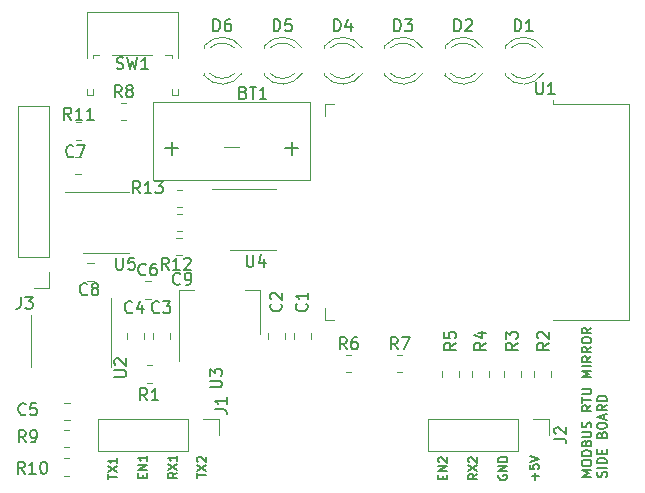
<source format=gbr>
%TF.GenerationSoftware,KiCad,Pcbnew,6.0.11-2627ca5db0~126~ubuntu20.04.1*%
%TF.CreationDate,2024-10-06T15:46:28-05:00*%
%TF.ProjectId,modbus_rtu_mirror_side_88x37x59mm,6d6f6462-7573-45f7-9274-755f6d697272,rev?*%
%TF.SameCoordinates,Original*%
%TF.FileFunction,Legend,Top*%
%TF.FilePolarity,Positive*%
%FSLAX46Y46*%
G04 Gerber Fmt 4.6, Leading zero omitted, Abs format (unit mm)*
G04 Created by KiCad (PCBNEW 6.0.11-2627ca5db0~126~ubuntu20.04.1) date 2024-10-06 15:46:28*
%MOMM*%
%LPD*%
G01*
G04 APERTURE LIST*
%ADD10C,0.187500*%
%ADD11C,0.200000*%
%ADD12C,0.150000*%
%ADD13C,0.120000*%
G04 APERTURE END LIST*
D10*
X143944571Y-139775285D02*
X143944571Y-139203857D01*
X144230285Y-139489571D02*
X143658857Y-139489571D01*
X143480285Y-138489571D02*
X143480285Y-138846714D01*
X143837428Y-138882428D01*
X143801714Y-138846714D01*
X143766000Y-138775285D01*
X143766000Y-138596714D01*
X143801714Y-138525285D01*
X143837428Y-138489571D01*
X143908857Y-138453857D01*
X144087428Y-138453857D01*
X144158857Y-138489571D01*
X144194571Y-138525285D01*
X144230285Y-138596714D01*
X144230285Y-138775285D01*
X144194571Y-138846714D01*
X144158857Y-138882428D01*
X143480285Y-138239571D02*
X144230285Y-137989571D01*
X143480285Y-137739571D01*
X136090428Y-139721714D02*
X136090428Y-139471714D01*
X136483285Y-139364571D02*
X136483285Y-139721714D01*
X135733285Y-139721714D01*
X135733285Y-139364571D01*
X136483285Y-139043142D02*
X135733285Y-139043142D01*
X136483285Y-138614571D01*
X135733285Y-138614571D01*
X135804714Y-138293142D02*
X135769000Y-138257428D01*
X135733285Y-138186000D01*
X135733285Y-138007428D01*
X135769000Y-137936000D01*
X135804714Y-137900285D01*
X135876142Y-137864571D01*
X135947571Y-137864571D01*
X136054714Y-137900285D01*
X136483285Y-138328857D01*
X136483285Y-137864571D01*
D11*
X148688904Y-139506523D02*
X147888904Y-139506523D01*
X148460333Y-139239857D01*
X147888904Y-138973190D01*
X148688904Y-138973190D01*
X147888904Y-138439857D02*
X147888904Y-138287476D01*
X147927000Y-138211285D01*
X148003190Y-138135095D01*
X148155571Y-138097000D01*
X148422238Y-138097000D01*
X148574619Y-138135095D01*
X148650809Y-138211285D01*
X148688904Y-138287476D01*
X148688904Y-138439857D01*
X148650809Y-138516047D01*
X148574619Y-138592238D01*
X148422238Y-138630333D01*
X148155571Y-138630333D01*
X148003190Y-138592238D01*
X147927000Y-138516047D01*
X147888904Y-138439857D01*
X148688904Y-137754142D02*
X147888904Y-137754142D01*
X147888904Y-137563666D01*
X147927000Y-137449380D01*
X148003190Y-137373190D01*
X148079380Y-137335095D01*
X148231761Y-137297000D01*
X148346047Y-137297000D01*
X148498428Y-137335095D01*
X148574619Y-137373190D01*
X148650809Y-137449380D01*
X148688904Y-137563666D01*
X148688904Y-137754142D01*
X148269857Y-136687476D02*
X148307952Y-136573190D01*
X148346047Y-136535095D01*
X148422238Y-136497000D01*
X148536523Y-136497000D01*
X148612714Y-136535095D01*
X148650809Y-136573190D01*
X148688904Y-136649380D01*
X148688904Y-136954142D01*
X147888904Y-136954142D01*
X147888904Y-136687476D01*
X147927000Y-136611285D01*
X147965095Y-136573190D01*
X148041285Y-136535095D01*
X148117476Y-136535095D01*
X148193666Y-136573190D01*
X148231761Y-136611285D01*
X148269857Y-136687476D01*
X148269857Y-136954142D01*
X147888904Y-136154142D02*
X148536523Y-136154142D01*
X148612714Y-136116047D01*
X148650809Y-136077952D01*
X148688904Y-136001761D01*
X148688904Y-135849380D01*
X148650809Y-135773190D01*
X148612714Y-135735095D01*
X148536523Y-135697000D01*
X147888904Y-135697000D01*
X148650809Y-135354142D02*
X148688904Y-135239857D01*
X148688904Y-135049380D01*
X148650809Y-134973190D01*
X148612714Y-134935095D01*
X148536523Y-134897000D01*
X148460333Y-134897000D01*
X148384142Y-134935095D01*
X148346047Y-134973190D01*
X148307952Y-135049380D01*
X148269857Y-135201761D01*
X148231761Y-135277952D01*
X148193666Y-135316047D01*
X148117476Y-135354142D01*
X148041285Y-135354142D01*
X147965095Y-135316047D01*
X147927000Y-135277952D01*
X147888904Y-135201761D01*
X147888904Y-135011285D01*
X147927000Y-134897000D01*
X148688904Y-133487476D02*
X148307952Y-133754142D01*
X148688904Y-133944619D02*
X147888904Y-133944619D01*
X147888904Y-133639857D01*
X147927000Y-133563666D01*
X147965095Y-133525571D01*
X148041285Y-133487476D01*
X148155571Y-133487476D01*
X148231761Y-133525571D01*
X148269857Y-133563666D01*
X148307952Y-133639857D01*
X148307952Y-133944619D01*
X147888904Y-133258904D02*
X147888904Y-132801761D01*
X148688904Y-133030333D02*
X147888904Y-133030333D01*
X147888904Y-132535095D02*
X148536523Y-132535095D01*
X148612714Y-132497000D01*
X148650809Y-132458904D01*
X148688904Y-132382714D01*
X148688904Y-132230333D01*
X148650809Y-132154142D01*
X148612714Y-132116047D01*
X148536523Y-132077952D01*
X147888904Y-132077952D01*
X148688904Y-131087476D02*
X147888904Y-131087476D01*
X148460333Y-130820809D01*
X147888904Y-130554142D01*
X148688904Y-130554142D01*
X148688904Y-130173190D02*
X147888904Y-130173190D01*
X148688904Y-129335095D02*
X148307952Y-129601761D01*
X148688904Y-129792238D02*
X147888904Y-129792238D01*
X147888904Y-129487476D01*
X147927000Y-129411285D01*
X147965095Y-129373190D01*
X148041285Y-129335095D01*
X148155571Y-129335095D01*
X148231761Y-129373190D01*
X148269857Y-129411285D01*
X148307952Y-129487476D01*
X148307952Y-129792238D01*
X148688904Y-128535095D02*
X148307952Y-128801761D01*
X148688904Y-128992238D02*
X147888904Y-128992238D01*
X147888904Y-128687476D01*
X147927000Y-128611285D01*
X147965095Y-128573190D01*
X148041285Y-128535095D01*
X148155571Y-128535095D01*
X148231761Y-128573190D01*
X148269857Y-128611285D01*
X148307952Y-128687476D01*
X148307952Y-128992238D01*
X147888904Y-128039857D02*
X147888904Y-127887476D01*
X147927000Y-127811285D01*
X148003190Y-127735095D01*
X148155571Y-127697000D01*
X148422238Y-127697000D01*
X148574619Y-127735095D01*
X148650809Y-127811285D01*
X148688904Y-127887476D01*
X148688904Y-128039857D01*
X148650809Y-128116047D01*
X148574619Y-128192238D01*
X148422238Y-128230333D01*
X148155571Y-128230333D01*
X148003190Y-128192238D01*
X147927000Y-128116047D01*
X147888904Y-128039857D01*
X148688904Y-126897000D02*
X148307952Y-127163666D01*
X148688904Y-127354142D02*
X147888904Y-127354142D01*
X147888904Y-127049380D01*
X147927000Y-126973190D01*
X147965095Y-126935095D01*
X148041285Y-126897000D01*
X148155571Y-126897000D01*
X148231761Y-126935095D01*
X148269857Y-126973190D01*
X148307952Y-127049380D01*
X148307952Y-127354142D01*
X149938809Y-139544619D02*
X149976904Y-139430333D01*
X149976904Y-139239857D01*
X149938809Y-139163666D01*
X149900714Y-139125571D01*
X149824523Y-139087476D01*
X149748333Y-139087476D01*
X149672142Y-139125571D01*
X149634047Y-139163666D01*
X149595952Y-139239857D01*
X149557857Y-139392238D01*
X149519761Y-139468428D01*
X149481666Y-139506523D01*
X149405476Y-139544619D01*
X149329285Y-139544619D01*
X149253095Y-139506523D01*
X149215000Y-139468428D01*
X149176904Y-139392238D01*
X149176904Y-139201761D01*
X149215000Y-139087476D01*
X149976904Y-138744619D02*
X149176904Y-138744619D01*
X149976904Y-138363666D02*
X149176904Y-138363666D01*
X149176904Y-138173190D01*
X149215000Y-138058904D01*
X149291190Y-137982714D01*
X149367380Y-137944619D01*
X149519761Y-137906523D01*
X149634047Y-137906523D01*
X149786428Y-137944619D01*
X149862619Y-137982714D01*
X149938809Y-138058904D01*
X149976904Y-138173190D01*
X149976904Y-138363666D01*
X149557857Y-137563666D02*
X149557857Y-137297000D01*
X149976904Y-137182714D02*
X149976904Y-137563666D01*
X149176904Y-137563666D01*
X149176904Y-137182714D01*
X149557857Y-135963666D02*
X149595952Y-135849380D01*
X149634047Y-135811285D01*
X149710238Y-135773190D01*
X149824523Y-135773190D01*
X149900714Y-135811285D01*
X149938809Y-135849380D01*
X149976904Y-135925571D01*
X149976904Y-136230333D01*
X149176904Y-136230333D01*
X149176904Y-135963666D01*
X149215000Y-135887476D01*
X149253095Y-135849380D01*
X149329285Y-135811285D01*
X149405476Y-135811285D01*
X149481666Y-135849380D01*
X149519761Y-135887476D01*
X149557857Y-135963666D01*
X149557857Y-136230333D01*
X149176904Y-135277952D02*
X149176904Y-135125571D01*
X149215000Y-135049380D01*
X149291190Y-134973190D01*
X149443571Y-134935095D01*
X149710238Y-134935095D01*
X149862619Y-134973190D01*
X149938809Y-135049380D01*
X149976904Y-135125571D01*
X149976904Y-135277952D01*
X149938809Y-135354142D01*
X149862619Y-135430333D01*
X149710238Y-135468428D01*
X149443571Y-135468428D01*
X149291190Y-135430333D01*
X149215000Y-135354142D01*
X149176904Y-135277952D01*
X149748333Y-134630333D02*
X149748333Y-134249380D01*
X149976904Y-134706523D02*
X149176904Y-134439857D01*
X149976904Y-134173190D01*
X149976904Y-133449380D02*
X149595952Y-133716047D01*
X149976904Y-133906523D02*
X149176904Y-133906523D01*
X149176904Y-133601761D01*
X149215000Y-133525571D01*
X149253095Y-133487476D01*
X149329285Y-133449380D01*
X149443571Y-133449380D01*
X149519761Y-133487476D01*
X149557857Y-133525571D01*
X149595952Y-133601761D01*
X149595952Y-133906523D01*
X149976904Y-133106523D02*
X149176904Y-133106523D01*
X149176904Y-132916047D01*
X149215000Y-132801761D01*
X149291190Y-132725571D01*
X149367380Y-132687476D01*
X149519761Y-132649380D01*
X149634047Y-132649380D01*
X149786428Y-132687476D01*
X149862619Y-132725571D01*
X149938809Y-132801761D01*
X149976904Y-132916047D01*
X149976904Y-133106523D01*
D10*
X115286285Y-139612571D02*
X115286285Y-139184000D01*
X116036285Y-139398285D02*
X115286285Y-139398285D01*
X115286285Y-139005428D02*
X116036285Y-138505428D01*
X115286285Y-138505428D02*
X116036285Y-139005428D01*
X115357714Y-138255428D02*
X115322000Y-138219714D01*
X115286285Y-138148285D01*
X115286285Y-137969714D01*
X115322000Y-137898285D01*
X115357714Y-137862571D01*
X115429142Y-137826857D01*
X115500571Y-137826857D01*
X115607714Y-137862571D01*
X116036285Y-138291142D01*
X116036285Y-137826857D01*
X139023285Y-139293142D02*
X138666142Y-139543142D01*
X139023285Y-139721714D02*
X138273285Y-139721714D01*
X138273285Y-139436000D01*
X138309000Y-139364571D01*
X138344714Y-139328857D01*
X138416142Y-139293142D01*
X138523285Y-139293142D01*
X138594714Y-139328857D01*
X138630428Y-139364571D01*
X138666142Y-139436000D01*
X138666142Y-139721714D01*
X138273285Y-139043142D02*
X139023285Y-138543142D01*
X138273285Y-138543142D02*
X139023285Y-139043142D01*
X138344714Y-138293142D02*
X138309000Y-138257428D01*
X138273285Y-138186000D01*
X138273285Y-138007428D01*
X138309000Y-137936000D01*
X138344714Y-137900285D01*
X138416142Y-137864571D01*
X138487571Y-137864571D01*
X138594714Y-137900285D01*
X139023285Y-138328857D01*
X139023285Y-137864571D01*
X113623285Y-139166142D02*
X113266142Y-139416142D01*
X113623285Y-139594714D02*
X112873285Y-139594714D01*
X112873285Y-139309000D01*
X112909000Y-139237571D01*
X112944714Y-139201857D01*
X113016142Y-139166142D01*
X113123285Y-139166142D01*
X113194714Y-139201857D01*
X113230428Y-139237571D01*
X113266142Y-139309000D01*
X113266142Y-139594714D01*
X112873285Y-138916142D02*
X113623285Y-138416142D01*
X112873285Y-138416142D02*
X113623285Y-138916142D01*
X113623285Y-137737571D02*
X113623285Y-138166142D01*
X113623285Y-137951857D02*
X112873285Y-137951857D01*
X112980428Y-138023285D01*
X113051857Y-138094714D01*
X113087571Y-138166142D01*
X110690428Y-139594714D02*
X110690428Y-139344714D01*
X111083285Y-139237571D02*
X111083285Y-139594714D01*
X110333285Y-139594714D01*
X110333285Y-139237571D01*
X111083285Y-138916142D02*
X110333285Y-138916142D01*
X111083285Y-138487571D01*
X110333285Y-138487571D01*
X111083285Y-137737571D02*
X111083285Y-138166142D01*
X111083285Y-137951857D02*
X110333285Y-137951857D01*
X110440428Y-138023285D01*
X110511857Y-138094714D01*
X110547571Y-138166142D01*
X140849000Y-139382428D02*
X140813285Y-139453857D01*
X140813285Y-139561000D01*
X140849000Y-139668142D01*
X140920428Y-139739571D01*
X140991857Y-139775285D01*
X141134714Y-139811000D01*
X141241857Y-139811000D01*
X141384714Y-139775285D01*
X141456142Y-139739571D01*
X141527571Y-139668142D01*
X141563285Y-139561000D01*
X141563285Y-139489571D01*
X141527571Y-139382428D01*
X141491857Y-139346714D01*
X141241857Y-139346714D01*
X141241857Y-139489571D01*
X141563285Y-139025285D02*
X140813285Y-139025285D01*
X141563285Y-138596714D01*
X140813285Y-138596714D01*
X141563285Y-138239571D02*
X140813285Y-138239571D01*
X140813285Y-138061000D01*
X140849000Y-137953857D01*
X140920428Y-137882428D01*
X140991857Y-137846714D01*
X141134714Y-137811000D01*
X141241857Y-137811000D01*
X141384714Y-137846714D01*
X141456142Y-137882428D01*
X141527571Y-137953857D01*
X141563285Y-138061000D01*
X141563285Y-138239571D01*
X107793285Y-139739571D02*
X107793285Y-139311000D01*
X108543285Y-139525285D02*
X107793285Y-139525285D01*
X107793285Y-139132428D02*
X108543285Y-138632428D01*
X107793285Y-138632428D02*
X108543285Y-139132428D01*
X108543285Y-137953857D02*
X108543285Y-138382428D01*
X108543285Y-138168142D02*
X107793285Y-138168142D01*
X107900428Y-138239571D01*
X107971857Y-138311000D01*
X108007571Y-138382428D01*
D12*
%TO.C,R10*%
X100703142Y-139263380D02*
X100369809Y-138787190D01*
X100131714Y-139263380D02*
X100131714Y-138263380D01*
X100512666Y-138263380D01*
X100607904Y-138311000D01*
X100655523Y-138358619D01*
X100703142Y-138453857D01*
X100703142Y-138596714D01*
X100655523Y-138691952D01*
X100607904Y-138739571D01*
X100512666Y-138787190D01*
X100131714Y-138787190D01*
X101655523Y-139263380D02*
X101084095Y-139263380D01*
X101369809Y-139263380D02*
X101369809Y-138263380D01*
X101274571Y-138406238D01*
X101179333Y-138501476D01*
X101084095Y-138549095D01*
X102274571Y-138263380D02*
X102369809Y-138263380D01*
X102465047Y-138311000D01*
X102512666Y-138358619D01*
X102560285Y-138453857D01*
X102607904Y-138644333D01*
X102607904Y-138882428D01*
X102560285Y-139072904D01*
X102512666Y-139168142D01*
X102465047Y-139215761D01*
X102369809Y-139263380D01*
X102274571Y-139263380D01*
X102179333Y-139215761D01*
X102131714Y-139168142D01*
X102084095Y-139072904D01*
X102036476Y-138882428D01*
X102036476Y-138644333D01*
X102084095Y-138453857D01*
X102131714Y-138358619D01*
X102179333Y-138311000D01*
X102274571Y-138263380D01*
%TO.C,R4*%
X139771380Y-128182666D02*
X139295190Y-128516000D01*
X139771380Y-128754095D02*
X138771380Y-128754095D01*
X138771380Y-128373142D01*
X138819000Y-128277904D01*
X138866619Y-128230285D01*
X138961857Y-128182666D01*
X139104714Y-128182666D01*
X139199952Y-128230285D01*
X139247571Y-128277904D01*
X139295190Y-128373142D01*
X139295190Y-128754095D01*
X139104714Y-127325523D02*
X139771380Y-127325523D01*
X138723761Y-127563619D02*
X139438047Y-127801714D01*
X139438047Y-127182666D01*
%TO.C,R11*%
X104640142Y-109291380D02*
X104306809Y-108815190D01*
X104068714Y-109291380D02*
X104068714Y-108291380D01*
X104449666Y-108291380D01*
X104544904Y-108339000D01*
X104592523Y-108386619D01*
X104640142Y-108481857D01*
X104640142Y-108624714D01*
X104592523Y-108719952D01*
X104544904Y-108767571D01*
X104449666Y-108815190D01*
X104068714Y-108815190D01*
X105592523Y-109291380D02*
X105021095Y-109291380D01*
X105306809Y-109291380D02*
X105306809Y-108291380D01*
X105211571Y-108434238D01*
X105116333Y-108529476D01*
X105021095Y-108577095D01*
X106544904Y-109291380D02*
X105973476Y-109291380D01*
X106259190Y-109291380D02*
X106259190Y-108291380D01*
X106163952Y-108434238D01*
X106068714Y-108529476D01*
X105973476Y-108577095D01*
%TO.C,D3*%
X131994904Y-101792380D02*
X131994904Y-100792380D01*
X132233000Y-100792380D01*
X132375857Y-100840000D01*
X132471095Y-100935238D01*
X132518714Y-101030476D01*
X132566333Y-101220952D01*
X132566333Y-101363809D01*
X132518714Y-101554285D01*
X132471095Y-101649523D01*
X132375857Y-101744761D01*
X132233000Y-101792380D01*
X131994904Y-101792380D01*
X132899666Y-100792380D02*
X133518714Y-100792380D01*
X133185380Y-101173333D01*
X133328238Y-101173333D01*
X133423476Y-101220952D01*
X133471095Y-101268571D01*
X133518714Y-101363809D01*
X133518714Y-101601904D01*
X133471095Y-101697142D01*
X133423476Y-101744761D01*
X133328238Y-101792380D01*
X133042523Y-101792380D01*
X132947285Y-101744761D01*
X132899666Y-101697142D01*
%TO.C,C9*%
X113879333Y-123166142D02*
X113831714Y-123213761D01*
X113688857Y-123261380D01*
X113593619Y-123261380D01*
X113450761Y-123213761D01*
X113355523Y-123118523D01*
X113307904Y-123023285D01*
X113260285Y-122832809D01*
X113260285Y-122689952D01*
X113307904Y-122499476D01*
X113355523Y-122404238D01*
X113450761Y-122309000D01*
X113593619Y-122261380D01*
X113688857Y-122261380D01*
X113831714Y-122309000D01*
X113879333Y-122356619D01*
X114355523Y-123261380D02*
X114546000Y-123261380D01*
X114641238Y-123213761D01*
X114688857Y-123166142D01*
X114784095Y-123023285D01*
X114831714Y-122832809D01*
X114831714Y-122451857D01*
X114784095Y-122356619D01*
X114736476Y-122309000D01*
X114641238Y-122261380D01*
X114450761Y-122261380D01*
X114355523Y-122309000D01*
X114307904Y-122356619D01*
X114260285Y-122451857D01*
X114260285Y-122689952D01*
X114307904Y-122785190D01*
X114355523Y-122832809D01*
X114450761Y-122880428D01*
X114641238Y-122880428D01*
X114736476Y-122832809D01*
X114784095Y-122785190D01*
X114831714Y-122689952D01*
%TO.C,C6*%
X110958333Y-122375142D02*
X110910714Y-122422761D01*
X110767857Y-122470380D01*
X110672619Y-122470380D01*
X110529761Y-122422761D01*
X110434523Y-122327523D01*
X110386904Y-122232285D01*
X110339285Y-122041809D01*
X110339285Y-121898952D01*
X110386904Y-121708476D01*
X110434523Y-121613238D01*
X110529761Y-121518000D01*
X110672619Y-121470380D01*
X110767857Y-121470380D01*
X110910714Y-121518000D01*
X110958333Y-121565619D01*
X111815476Y-121470380D02*
X111625000Y-121470380D01*
X111529761Y-121518000D01*
X111482142Y-121565619D01*
X111386904Y-121708476D01*
X111339285Y-121898952D01*
X111339285Y-122279904D01*
X111386904Y-122375142D01*
X111434523Y-122422761D01*
X111529761Y-122470380D01*
X111720238Y-122470380D01*
X111815476Y-122422761D01*
X111863095Y-122375142D01*
X111910714Y-122279904D01*
X111910714Y-122041809D01*
X111863095Y-121946571D01*
X111815476Y-121898952D01*
X111720238Y-121851333D01*
X111529761Y-121851333D01*
X111434523Y-121898952D01*
X111386904Y-121946571D01*
X111339285Y-122041809D01*
%TO.C,R7*%
X132294333Y-128723380D02*
X131961000Y-128247190D01*
X131722904Y-128723380D02*
X131722904Y-127723380D01*
X132103857Y-127723380D01*
X132199095Y-127771000D01*
X132246714Y-127818619D01*
X132294333Y-127913857D01*
X132294333Y-128056714D01*
X132246714Y-128151952D01*
X132199095Y-128199571D01*
X132103857Y-128247190D01*
X131722904Y-128247190D01*
X132627666Y-127723380D02*
X133294333Y-127723380D01*
X132865761Y-128723380D01*
%TO.C,C8*%
X106005333Y-124055142D02*
X105957714Y-124102761D01*
X105814857Y-124150380D01*
X105719619Y-124150380D01*
X105576761Y-124102761D01*
X105481523Y-124007523D01*
X105433904Y-123912285D01*
X105386285Y-123721809D01*
X105386285Y-123578952D01*
X105433904Y-123388476D01*
X105481523Y-123293238D01*
X105576761Y-123198000D01*
X105719619Y-123150380D01*
X105814857Y-123150380D01*
X105957714Y-123198000D01*
X106005333Y-123245619D01*
X106576761Y-123578952D02*
X106481523Y-123531333D01*
X106433904Y-123483714D01*
X106386285Y-123388476D01*
X106386285Y-123340857D01*
X106433904Y-123245619D01*
X106481523Y-123198000D01*
X106576761Y-123150380D01*
X106767238Y-123150380D01*
X106862476Y-123198000D01*
X106910095Y-123245619D01*
X106957714Y-123340857D01*
X106957714Y-123388476D01*
X106910095Y-123483714D01*
X106862476Y-123531333D01*
X106767238Y-123578952D01*
X106576761Y-123578952D01*
X106481523Y-123626571D01*
X106433904Y-123674190D01*
X106386285Y-123769428D01*
X106386285Y-123959904D01*
X106433904Y-124055142D01*
X106481523Y-124102761D01*
X106576761Y-124150380D01*
X106767238Y-124150380D01*
X106862476Y-124102761D01*
X106910095Y-124055142D01*
X106957714Y-123959904D01*
X106957714Y-123769428D01*
X106910095Y-123674190D01*
X106862476Y-123626571D01*
X106767238Y-123578952D01*
%TO.C,U5*%
X108458095Y-120991380D02*
X108458095Y-121800904D01*
X108505714Y-121896142D01*
X108553333Y-121943761D01*
X108648571Y-121991380D01*
X108839047Y-121991380D01*
X108934285Y-121943761D01*
X108981904Y-121896142D01*
X109029523Y-121800904D01*
X109029523Y-120991380D01*
X109981904Y-120991380D02*
X109505714Y-120991380D01*
X109458095Y-121467571D01*
X109505714Y-121419952D01*
X109600952Y-121372333D01*
X109839047Y-121372333D01*
X109934285Y-121419952D01*
X109981904Y-121467571D01*
X110029523Y-121562809D01*
X110029523Y-121800904D01*
X109981904Y-121896142D01*
X109934285Y-121943761D01*
X109839047Y-121991380D01*
X109600952Y-121991380D01*
X109505714Y-121943761D01*
X109458095Y-121896142D01*
%TO.C,BT1*%
X119229285Y-106989571D02*
X119372142Y-107037190D01*
X119419761Y-107084809D01*
X119467380Y-107180047D01*
X119467380Y-107322904D01*
X119419761Y-107418142D01*
X119372142Y-107465761D01*
X119276904Y-107513380D01*
X118895952Y-107513380D01*
X118895952Y-106513380D01*
X119229285Y-106513380D01*
X119324523Y-106561000D01*
X119372142Y-106608619D01*
X119419761Y-106703857D01*
X119419761Y-106799095D01*
X119372142Y-106894333D01*
X119324523Y-106941952D01*
X119229285Y-106989571D01*
X118895952Y-106989571D01*
X119753095Y-106513380D02*
X120324523Y-106513380D01*
X120038809Y-107513380D02*
X120038809Y-106513380D01*
X121181666Y-107513380D02*
X120610238Y-107513380D01*
X120895952Y-107513380D02*
X120895952Y-106513380D01*
X120800714Y-106656238D01*
X120705476Y-106751476D01*
X120610238Y-106799095D01*
X112585571Y-111712142D02*
X113728428Y-111712142D01*
X113157000Y-112283571D02*
X113157000Y-111140714D01*
X122745571Y-111712142D02*
X123888428Y-111712142D01*
X123317000Y-112283571D02*
X123317000Y-111140714D01*
%TO.C,R12*%
X112887890Y-121991380D02*
X112554557Y-121515190D01*
X112316462Y-121991380D02*
X112316462Y-120991380D01*
X112697414Y-120991380D01*
X112792652Y-121039000D01*
X112840271Y-121086619D01*
X112887890Y-121181857D01*
X112887890Y-121324714D01*
X112840271Y-121419952D01*
X112792652Y-121467571D01*
X112697414Y-121515190D01*
X112316462Y-121515190D01*
X113840271Y-121991380D02*
X113268843Y-121991380D01*
X113554557Y-121991380D02*
X113554557Y-120991380D01*
X113459319Y-121134238D01*
X113364081Y-121229476D01*
X113268843Y-121277095D01*
X114221224Y-121086619D02*
X114268843Y-121039000D01*
X114364081Y-120991380D01*
X114602176Y-120991380D01*
X114697414Y-121039000D01*
X114745033Y-121086619D01*
X114792652Y-121181857D01*
X114792652Y-121277095D01*
X114745033Y-121419952D01*
X114173605Y-121991380D01*
X114792652Y-121991380D01*
%TO.C,R2*%
X145105380Y-128182666D02*
X144629190Y-128516000D01*
X145105380Y-128754095D02*
X144105380Y-128754095D01*
X144105380Y-128373142D01*
X144153000Y-128277904D01*
X144200619Y-128230285D01*
X144295857Y-128182666D01*
X144438714Y-128182666D01*
X144533952Y-128230285D01*
X144581571Y-128277904D01*
X144629190Y-128373142D01*
X144629190Y-128754095D01*
X144200619Y-127801714D02*
X144153000Y-127754095D01*
X144105380Y-127658857D01*
X144105380Y-127420761D01*
X144153000Y-127325523D01*
X144200619Y-127277904D01*
X144295857Y-127230285D01*
X144391095Y-127230285D01*
X144533952Y-127277904D01*
X145105380Y-127849333D01*
X145105380Y-127230285D01*
%TO.C,R3*%
X142438380Y-128182666D02*
X141962190Y-128516000D01*
X142438380Y-128754095D02*
X141438380Y-128754095D01*
X141438380Y-128373142D01*
X141486000Y-128277904D01*
X141533619Y-128230285D01*
X141628857Y-128182666D01*
X141771714Y-128182666D01*
X141866952Y-128230285D01*
X141914571Y-128277904D01*
X141962190Y-128373142D01*
X141962190Y-128754095D01*
X141438380Y-127849333D02*
X141438380Y-127230285D01*
X141819333Y-127563619D01*
X141819333Y-127420761D01*
X141866952Y-127325523D01*
X141914571Y-127277904D01*
X142009809Y-127230285D01*
X142247904Y-127230285D01*
X142343142Y-127277904D01*
X142390761Y-127325523D01*
X142438380Y-127420761D01*
X142438380Y-127706476D01*
X142390761Y-127801714D01*
X142343142Y-127849333D01*
%TO.C,R6*%
X127976333Y-128723380D02*
X127643000Y-128247190D01*
X127404904Y-128723380D02*
X127404904Y-127723380D01*
X127785857Y-127723380D01*
X127881095Y-127771000D01*
X127928714Y-127818619D01*
X127976333Y-127913857D01*
X127976333Y-128056714D01*
X127928714Y-128151952D01*
X127881095Y-128199571D01*
X127785857Y-128247190D01*
X127404904Y-128247190D01*
X128833476Y-127723380D02*
X128643000Y-127723380D01*
X128547761Y-127771000D01*
X128500142Y-127818619D01*
X128404904Y-127961476D01*
X128357285Y-128151952D01*
X128357285Y-128532904D01*
X128404904Y-128628142D01*
X128452523Y-128675761D01*
X128547761Y-128723380D01*
X128738238Y-128723380D01*
X128833476Y-128675761D01*
X128881095Y-128628142D01*
X128928714Y-128532904D01*
X128928714Y-128294809D01*
X128881095Y-128199571D01*
X128833476Y-128151952D01*
X128738238Y-128104333D01*
X128547761Y-128104333D01*
X128452523Y-128151952D01*
X128404904Y-128199571D01*
X128357285Y-128294809D01*
%TO.C,J3*%
X100377666Y-124293380D02*
X100377666Y-125007666D01*
X100330047Y-125150523D01*
X100234809Y-125245761D01*
X100091952Y-125293380D01*
X99996714Y-125293380D01*
X100758619Y-124293380D02*
X101377666Y-124293380D01*
X101044333Y-124674333D01*
X101187190Y-124674333D01*
X101282428Y-124721952D01*
X101330047Y-124769571D01*
X101377666Y-124864809D01*
X101377666Y-125102904D01*
X101330047Y-125198142D01*
X101282428Y-125245761D01*
X101187190Y-125293380D01*
X100901476Y-125293380D01*
X100806238Y-125245761D01*
X100758619Y-125198142D01*
%TO.C,R8*%
X108926333Y-107387380D02*
X108593000Y-106911190D01*
X108354904Y-107387380D02*
X108354904Y-106387380D01*
X108735857Y-106387380D01*
X108831095Y-106435000D01*
X108878714Y-106482619D01*
X108926333Y-106577857D01*
X108926333Y-106720714D01*
X108878714Y-106815952D01*
X108831095Y-106863571D01*
X108735857Y-106911190D01*
X108354904Y-106911190D01*
X109497761Y-106815952D02*
X109402523Y-106768333D01*
X109354904Y-106720714D01*
X109307285Y-106625476D01*
X109307285Y-106577857D01*
X109354904Y-106482619D01*
X109402523Y-106435000D01*
X109497761Y-106387380D01*
X109688238Y-106387380D01*
X109783476Y-106435000D01*
X109831095Y-106482619D01*
X109878714Y-106577857D01*
X109878714Y-106625476D01*
X109831095Y-106720714D01*
X109783476Y-106768333D01*
X109688238Y-106815952D01*
X109497761Y-106815952D01*
X109402523Y-106863571D01*
X109354904Y-106911190D01*
X109307285Y-107006428D01*
X109307285Y-107196904D01*
X109354904Y-107292142D01*
X109402523Y-107339761D01*
X109497761Y-107387380D01*
X109688238Y-107387380D01*
X109783476Y-107339761D01*
X109831095Y-107292142D01*
X109878714Y-107196904D01*
X109878714Y-107006428D01*
X109831095Y-106911190D01*
X109783476Y-106863571D01*
X109688238Y-106815952D01*
%TO.C,U2*%
X108300380Y-131063904D02*
X109109904Y-131063904D01*
X109205142Y-131016285D01*
X109252761Y-130968666D01*
X109300380Y-130873428D01*
X109300380Y-130682952D01*
X109252761Y-130587714D01*
X109205142Y-130540095D01*
X109109904Y-130492476D01*
X108300380Y-130492476D01*
X108395619Y-130063904D02*
X108348000Y-130016285D01*
X108300380Y-129921047D01*
X108300380Y-129682952D01*
X108348000Y-129587714D01*
X108395619Y-129540095D01*
X108490857Y-129492476D01*
X108586095Y-129492476D01*
X108728952Y-129540095D01*
X109300380Y-130111523D01*
X109300380Y-129492476D01*
%TO.C,C2*%
X122404142Y-124880666D02*
X122451761Y-124928285D01*
X122499380Y-125071142D01*
X122499380Y-125166380D01*
X122451761Y-125309238D01*
X122356523Y-125404476D01*
X122261285Y-125452095D01*
X122070809Y-125499714D01*
X121927952Y-125499714D01*
X121737476Y-125452095D01*
X121642238Y-125404476D01*
X121547000Y-125309238D01*
X121499380Y-125166380D01*
X121499380Y-125071142D01*
X121547000Y-124928285D01*
X121594619Y-124880666D01*
X121594619Y-124499714D02*
X121547000Y-124452095D01*
X121499380Y-124356857D01*
X121499380Y-124118761D01*
X121547000Y-124023523D01*
X121594619Y-123975904D01*
X121689857Y-123928285D01*
X121785095Y-123928285D01*
X121927952Y-123975904D01*
X122499380Y-124547333D01*
X122499380Y-123928285D01*
%TO.C,D2*%
X137094904Y-101792380D02*
X137094904Y-100792380D01*
X137333000Y-100792380D01*
X137475857Y-100840000D01*
X137571095Y-100935238D01*
X137618714Y-101030476D01*
X137666333Y-101220952D01*
X137666333Y-101363809D01*
X137618714Y-101554285D01*
X137571095Y-101649523D01*
X137475857Y-101744761D01*
X137333000Y-101792380D01*
X137094904Y-101792380D01*
X138047285Y-100887619D02*
X138094904Y-100840000D01*
X138190142Y-100792380D01*
X138428238Y-100792380D01*
X138523476Y-100840000D01*
X138571095Y-100887619D01*
X138618714Y-100982857D01*
X138618714Y-101078095D01*
X138571095Y-101220952D01*
X137999666Y-101792380D01*
X138618714Y-101792380D01*
%TO.C,R1*%
X111085333Y-133040380D02*
X110752000Y-132564190D01*
X110513904Y-133040380D02*
X110513904Y-132040380D01*
X110894857Y-132040380D01*
X110990095Y-132088000D01*
X111037714Y-132135619D01*
X111085333Y-132230857D01*
X111085333Y-132373714D01*
X111037714Y-132468952D01*
X110990095Y-132516571D01*
X110894857Y-132564190D01*
X110513904Y-132564190D01*
X112037714Y-133040380D02*
X111466285Y-133040380D01*
X111752000Y-133040380D02*
X111752000Y-132040380D01*
X111656761Y-132183238D01*
X111561523Y-132278476D01*
X111466285Y-132326095D01*
%TO.C,C1*%
X124563142Y-124880666D02*
X124610761Y-124928285D01*
X124658380Y-125071142D01*
X124658380Y-125166380D01*
X124610761Y-125309238D01*
X124515523Y-125404476D01*
X124420285Y-125452095D01*
X124229809Y-125499714D01*
X124086952Y-125499714D01*
X123896476Y-125452095D01*
X123801238Y-125404476D01*
X123706000Y-125309238D01*
X123658380Y-125166380D01*
X123658380Y-125071142D01*
X123706000Y-124928285D01*
X123753619Y-124880666D01*
X124658380Y-123928285D02*
X124658380Y-124499714D01*
X124658380Y-124214000D02*
X123658380Y-124214000D01*
X123801238Y-124309238D01*
X123896476Y-124404476D01*
X123944095Y-124499714D01*
%TO.C,C4*%
X109815333Y-125579142D02*
X109767714Y-125626761D01*
X109624857Y-125674380D01*
X109529619Y-125674380D01*
X109386761Y-125626761D01*
X109291523Y-125531523D01*
X109243904Y-125436285D01*
X109196285Y-125245809D01*
X109196285Y-125102952D01*
X109243904Y-124912476D01*
X109291523Y-124817238D01*
X109386761Y-124722000D01*
X109529619Y-124674380D01*
X109624857Y-124674380D01*
X109767714Y-124722000D01*
X109815333Y-124769619D01*
X110672476Y-125007714D02*
X110672476Y-125674380D01*
X110434380Y-124626761D02*
X110196285Y-125341047D01*
X110815333Y-125341047D01*
%TO.C,D4*%
X126894904Y-101792380D02*
X126894904Y-100792380D01*
X127133000Y-100792380D01*
X127275857Y-100840000D01*
X127371095Y-100935238D01*
X127418714Y-101030476D01*
X127466333Y-101220952D01*
X127466333Y-101363809D01*
X127418714Y-101554285D01*
X127371095Y-101649523D01*
X127275857Y-101744761D01*
X127133000Y-101792380D01*
X126894904Y-101792380D01*
X128323476Y-101125714D02*
X128323476Y-101792380D01*
X128085380Y-100744761D02*
X127847285Y-101459047D01*
X128466333Y-101459047D01*
%TO.C,U1*%
X144018095Y-106132380D02*
X144018095Y-106941904D01*
X144065714Y-107037142D01*
X144113333Y-107084761D01*
X144208571Y-107132380D01*
X144399047Y-107132380D01*
X144494285Y-107084761D01*
X144541904Y-107037142D01*
X144589523Y-106941904D01*
X144589523Y-106132380D01*
X145589523Y-107132380D02*
X145018095Y-107132380D01*
X145303809Y-107132380D02*
X145303809Y-106132380D01*
X145208571Y-106275238D01*
X145113333Y-106370476D01*
X145018095Y-106418095D01*
%TO.C,C5*%
X100798333Y-134215142D02*
X100750714Y-134262761D01*
X100607857Y-134310380D01*
X100512619Y-134310380D01*
X100369761Y-134262761D01*
X100274523Y-134167523D01*
X100226904Y-134072285D01*
X100179285Y-133881809D01*
X100179285Y-133738952D01*
X100226904Y-133548476D01*
X100274523Y-133453238D01*
X100369761Y-133358000D01*
X100512619Y-133310380D01*
X100607857Y-133310380D01*
X100750714Y-133358000D01*
X100798333Y-133405619D01*
X101703095Y-133310380D02*
X101226904Y-133310380D01*
X101179285Y-133786571D01*
X101226904Y-133738952D01*
X101322142Y-133691333D01*
X101560238Y-133691333D01*
X101655476Y-133738952D01*
X101703095Y-133786571D01*
X101750714Y-133881809D01*
X101750714Y-134119904D01*
X101703095Y-134215142D01*
X101655476Y-134262761D01*
X101560238Y-134310380D01*
X101322142Y-134310380D01*
X101226904Y-134262761D01*
X101179285Y-134215142D01*
%TO.C,J1*%
X116800380Y-133810333D02*
X117514666Y-133810333D01*
X117657523Y-133857952D01*
X117752761Y-133953190D01*
X117800380Y-134096047D01*
X117800380Y-134191285D01*
X117800380Y-132810333D02*
X117800380Y-133381761D01*
X117800380Y-133096047D02*
X116800380Y-133096047D01*
X116943238Y-133191285D01*
X117038476Y-133286523D01*
X117086095Y-133381761D01*
%TO.C,R9*%
X100798333Y-136596380D02*
X100465000Y-136120190D01*
X100226904Y-136596380D02*
X100226904Y-135596380D01*
X100607857Y-135596380D01*
X100703095Y-135644000D01*
X100750714Y-135691619D01*
X100798333Y-135786857D01*
X100798333Y-135929714D01*
X100750714Y-136024952D01*
X100703095Y-136072571D01*
X100607857Y-136120190D01*
X100226904Y-136120190D01*
X101274523Y-136596380D02*
X101465000Y-136596380D01*
X101560238Y-136548761D01*
X101607857Y-136501142D01*
X101703095Y-136358285D01*
X101750714Y-136167809D01*
X101750714Y-135786857D01*
X101703095Y-135691619D01*
X101655476Y-135644000D01*
X101560238Y-135596380D01*
X101369761Y-135596380D01*
X101274523Y-135644000D01*
X101226904Y-135691619D01*
X101179285Y-135786857D01*
X101179285Y-136024952D01*
X101226904Y-136120190D01*
X101274523Y-136167809D01*
X101369761Y-136215428D01*
X101560238Y-136215428D01*
X101655476Y-136167809D01*
X101703095Y-136120190D01*
X101750714Y-136024952D01*
%TO.C,R13*%
X110482142Y-115514380D02*
X110148809Y-115038190D01*
X109910714Y-115514380D02*
X109910714Y-114514380D01*
X110291666Y-114514380D01*
X110386904Y-114562000D01*
X110434523Y-114609619D01*
X110482142Y-114704857D01*
X110482142Y-114847714D01*
X110434523Y-114942952D01*
X110386904Y-114990571D01*
X110291666Y-115038190D01*
X109910714Y-115038190D01*
X111434523Y-115514380D02*
X110863095Y-115514380D01*
X111148809Y-115514380D02*
X111148809Y-114514380D01*
X111053571Y-114657238D01*
X110958333Y-114752476D01*
X110863095Y-114800095D01*
X111767857Y-114514380D02*
X112386904Y-114514380D01*
X112053571Y-114895333D01*
X112196428Y-114895333D01*
X112291666Y-114942952D01*
X112339285Y-114990571D01*
X112386904Y-115085809D01*
X112386904Y-115323904D01*
X112339285Y-115419142D01*
X112291666Y-115466761D01*
X112196428Y-115514380D01*
X111910714Y-115514380D01*
X111815476Y-115466761D01*
X111767857Y-115419142D01*
%TO.C,U4*%
X119507095Y-120737380D02*
X119507095Y-121546904D01*
X119554714Y-121642142D01*
X119602333Y-121689761D01*
X119697571Y-121737380D01*
X119888047Y-121737380D01*
X119983285Y-121689761D01*
X120030904Y-121642142D01*
X120078523Y-121546904D01*
X120078523Y-120737380D01*
X120983285Y-121070714D02*
X120983285Y-121737380D01*
X120745190Y-120689761D02*
X120507095Y-121404047D01*
X121126142Y-121404047D01*
%TO.C,D1*%
X142194904Y-101792380D02*
X142194904Y-100792380D01*
X142433000Y-100792380D01*
X142575857Y-100840000D01*
X142671095Y-100935238D01*
X142718714Y-101030476D01*
X142766333Y-101220952D01*
X142766333Y-101363809D01*
X142718714Y-101554285D01*
X142671095Y-101649523D01*
X142575857Y-101744761D01*
X142433000Y-101792380D01*
X142194904Y-101792380D01*
X143718714Y-101792380D02*
X143147285Y-101792380D01*
X143433000Y-101792380D02*
X143433000Y-100792380D01*
X143337761Y-100935238D01*
X143242523Y-101030476D01*
X143147285Y-101078095D01*
%TO.C,SW1*%
X108496666Y-104952261D02*
X108639523Y-104999880D01*
X108877619Y-104999880D01*
X108972857Y-104952261D01*
X109020476Y-104904642D01*
X109068095Y-104809404D01*
X109068095Y-104714166D01*
X109020476Y-104618928D01*
X108972857Y-104571309D01*
X108877619Y-104523690D01*
X108687142Y-104476071D01*
X108591904Y-104428452D01*
X108544285Y-104380833D01*
X108496666Y-104285595D01*
X108496666Y-104190357D01*
X108544285Y-104095119D01*
X108591904Y-104047500D01*
X108687142Y-103999880D01*
X108925238Y-103999880D01*
X109068095Y-104047500D01*
X109401428Y-103999880D02*
X109639523Y-104999880D01*
X109830000Y-104285595D01*
X110020476Y-104999880D01*
X110258571Y-103999880D01*
X111163333Y-104999880D02*
X110591904Y-104999880D01*
X110877619Y-104999880D02*
X110877619Y-103999880D01*
X110782380Y-104142738D01*
X110687142Y-104237976D01*
X110591904Y-104285595D01*
%TO.C,U3*%
X116419380Y-131952904D02*
X117228904Y-131952904D01*
X117324142Y-131905285D01*
X117371761Y-131857666D01*
X117419380Y-131762428D01*
X117419380Y-131571952D01*
X117371761Y-131476714D01*
X117324142Y-131429095D01*
X117228904Y-131381476D01*
X116419380Y-131381476D01*
X116419380Y-131000523D02*
X116419380Y-130381476D01*
X116800333Y-130714809D01*
X116800333Y-130571952D01*
X116847952Y-130476714D01*
X116895571Y-130429095D01*
X116990809Y-130381476D01*
X117228904Y-130381476D01*
X117324142Y-130429095D01*
X117371761Y-130476714D01*
X117419380Y-130571952D01*
X117419380Y-130857666D01*
X117371761Y-130952904D01*
X117324142Y-131000523D01*
%TO.C,J2*%
X145562380Y-136313333D02*
X146276666Y-136313333D01*
X146419523Y-136360952D01*
X146514761Y-136456190D01*
X146562380Y-136599047D01*
X146562380Y-136694285D01*
X145657619Y-135884761D02*
X145610000Y-135837142D01*
X145562380Y-135741904D01*
X145562380Y-135503809D01*
X145610000Y-135408571D01*
X145657619Y-135360952D01*
X145752857Y-135313333D01*
X145848095Y-135313333D01*
X145990952Y-135360952D01*
X146562380Y-135932380D01*
X146562380Y-135313333D01*
%TO.C,C3*%
X112101333Y-125579142D02*
X112053714Y-125626761D01*
X111910857Y-125674380D01*
X111815619Y-125674380D01*
X111672761Y-125626761D01*
X111577523Y-125531523D01*
X111529904Y-125436285D01*
X111482285Y-125245809D01*
X111482285Y-125102952D01*
X111529904Y-124912476D01*
X111577523Y-124817238D01*
X111672761Y-124722000D01*
X111815619Y-124674380D01*
X111910857Y-124674380D01*
X112053714Y-124722000D01*
X112101333Y-124769619D01*
X112434666Y-124674380D02*
X113053714Y-124674380D01*
X112720380Y-125055333D01*
X112863238Y-125055333D01*
X112958476Y-125102952D01*
X113006095Y-125150571D01*
X113053714Y-125245809D01*
X113053714Y-125483904D01*
X113006095Y-125579142D01*
X112958476Y-125626761D01*
X112863238Y-125674380D01*
X112577523Y-125674380D01*
X112482285Y-125626761D01*
X112434666Y-125579142D01*
%TO.C,D5*%
X121794904Y-101792380D02*
X121794904Y-100792380D01*
X122033000Y-100792380D01*
X122175857Y-100840000D01*
X122271095Y-100935238D01*
X122318714Y-101030476D01*
X122366333Y-101220952D01*
X122366333Y-101363809D01*
X122318714Y-101554285D01*
X122271095Y-101649523D01*
X122175857Y-101744761D01*
X122033000Y-101792380D01*
X121794904Y-101792380D01*
X123271095Y-100792380D02*
X122794904Y-100792380D01*
X122747285Y-101268571D01*
X122794904Y-101220952D01*
X122890142Y-101173333D01*
X123128238Y-101173333D01*
X123223476Y-101220952D01*
X123271095Y-101268571D01*
X123318714Y-101363809D01*
X123318714Y-101601904D01*
X123271095Y-101697142D01*
X123223476Y-101744761D01*
X123128238Y-101792380D01*
X122890142Y-101792380D01*
X122794904Y-101744761D01*
X122747285Y-101697142D01*
%TO.C,D6*%
X116694904Y-101792380D02*
X116694904Y-100792380D01*
X116933000Y-100792380D01*
X117075857Y-100840000D01*
X117171095Y-100935238D01*
X117218714Y-101030476D01*
X117266333Y-101220952D01*
X117266333Y-101363809D01*
X117218714Y-101554285D01*
X117171095Y-101649523D01*
X117075857Y-101744761D01*
X116933000Y-101792380D01*
X116694904Y-101792380D01*
X118123476Y-100792380D02*
X117933000Y-100792380D01*
X117837761Y-100840000D01*
X117790142Y-100887619D01*
X117694904Y-101030476D01*
X117647285Y-101220952D01*
X117647285Y-101601904D01*
X117694904Y-101697142D01*
X117742523Y-101744761D01*
X117837761Y-101792380D01*
X118028238Y-101792380D01*
X118123476Y-101744761D01*
X118171095Y-101697142D01*
X118218714Y-101601904D01*
X118218714Y-101363809D01*
X118171095Y-101268571D01*
X118123476Y-101220952D01*
X118028238Y-101173333D01*
X117837761Y-101173333D01*
X117742523Y-101220952D01*
X117694904Y-101268571D01*
X117647285Y-101363809D01*
%TO.C,C7*%
X104831833Y-112371142D02*
X104784214Y-112418761D01*
X104641357Y-112466380D01*
X104546119Y-112466380D01*
X104403261Y-112418761D01*
X104308023Y-112323523D01*
X104260404Y-112228285D01*
X104212785Y-112037809D01*
X104212785Y-111894952D01*
X104260404Y-111704476D01*
X104308023Y-111609238D01*
X104403261Y-111514000D01*
X104546119Y-111466380D01*
X104641357Y-111466380D01*
X104784214Y-111514000D01*
X104831833Y-111561619D01*
X105165166Y-111466380D02*
X105831833Y-111466380D01*
X105403261Y-112466380D01*
%TO.C,R5*%
X137231380Y-128182666D02*
X136755190Y-128516000D01*
X137231380Y-128754095D02*
X136231380Y-128754095D01*
X136231380Y-128373142D01*
X136279000Y-128277904D01*
X136326619Y-128230285D01*
X136421857Y-128182666D01*
X136564714Y-128182666D01*
X136659952Y-128230285D01*
X136707571Y-128277904D01*
X136755190Y-128373142D01*
X136755190Y-128754095D01*
X136231380Y-127277904D02*
X136231380Y-127754095D01*
X136707571Y-127801714D01*
X136659952Y-127754095D01*
X136612333Y-127658857D01*
X136612333Y-127420761D01*
X136659952Y-127325523D01*
X136707571Y-127277904D01*
X136802809Y-127230285D01*
X137040904Y-127230285D01*
X137136142Y-127277904D01*
X137183761Y-127325523D01*
X137231380Y-127420761D01*
X137231380Y-127658857D01*
X137183761Y-127754095D01*
X137136142Y-127801714D01*
D13*
%TO.C,R10*%
X104039936Y-139419000D02*
X104494064Y-139419000D01*
X104039936Y-137949000D02*
X104494064Y-137949000D01*
%TO.C,R4*%
X140054000Y-131037064D02*
X140054000Y-130582936D01*
X138584000Y-131037064D02*
X138584000Y-130582936D01*
%TO.C,R11*%
X105055936Y-110971000D02*
X105510064Y-110971000D01*
X105055936Y-109501000D02*
X105510064Y-109501000D01*
%TO.C,D3*%
X131173000Y-103064000D02*
X131173000Y-103220000D01*
X131173000Y-105380000D02*
X131173000Y-105536000D01*
X131173000Y-105535516D02*
G75*
G03*
X134405335Y-105378608I1560000J1235516D01*
G01*
X131692039Y-105380000D02*
G75*
G03*
X133774130Y-105379837I1040961J1080000D01*
G01*
X133774130Y-103220163D02*
G75*
G03*
X131692039Y-103220000I-1041130J-1079837D01*
G01*
X134405335Y-103221392D02*
G75*
G03*
X131173000Y-103064484I-1672335J-1078608D01*
G01*
%TO.C,C9*%
X113530748Y-119280000D02*
X114053252Y-119280000D01*
X113530748Y-120750000D02*
X114053252Y-120750000D01*
%TO.C,C6*%
X110863748Y-124433000D02*
X111386252Y-124433000D01*
X110863748Y-122963000D02*
X111386252Y-122963000D01*
%TO.C,R7*%
X132233936Y-130656000D02*
X132688064Y-130656000D01*
X132233936Y-129186000D02*
X132688064Y-129186000D01*
%TO.C,C8*%
X106016248Y-122909000D02*
X106538752Y-122909000D01*
X106016248Y-121439000D02*
X106538752Y-121439000D01*
%TO.C,U5*%
X107569000Y-115423000D02*
X109519000Y-115423000D01*
X107569000Y-120543000D02*
X109519000Y-120543000D01*
X107569000Y-120543000D02*
X105619000Y-120543000D01*
X107569000Y-115423000D02*
X104119000Y-115423000D01*
%TO.C,BT1*%
X118872000Y-111605000D02*
X117602000Y-111605000D01*
X124897000Y-107815000D02*
X111577000Y-107815000D01*
X124897000Y-114435000D02*
X111577000Y-114435000D01*
X111577000Y-114435000D02*
X111577000Y-107815000D01*
X124897000Y-114435000D02*
X124897000Y-107815000D01*
%TO.C,R12*%
X113564936Y-117248000D02*
X114019064Y-117248000D01*
X113564936Y-118718000D02*
X114019064Y-118718000D01*
%TO.C,R2*%
X143791000Y-131037064D02*
X143791000Y-130582936D01*
X145261000Y-131037064D02*
X145261000Y-130582936D01*
%TO.C,R3*%
X141251000Y-131037064D02*
X141251000Y-130582936D01*
X142721000Y-131037064D02*
X142721000Y-130582936D01*
%TO.C,R6*%
X127915936Y-129186000D02*
X128370064Y-129186000D01*
X127915936Y-130656000D02*
X128370064Y-130656000D01*
%TO.C,J3*%
X102803000Y-120904000D02*
X102803000Y-108144000D01*
X102803000Y-120904000D02*
X100143000Y-120904000D01*
X100143000Y-120904000D02*
X100143000Y-108144000D01*
X102803000Y-122174000D02*
X102803000Y-123504000D01*
X102803000Y-123504000D02*
X101473000Y-123504000D01*
X102803000Y-108144000D02*
X100143000Y-108144000D01*
%TO.C,R8*%
X108865936Y-107850000D02*
X109320064Y-107850000D01*
X108865936Y-109320000D02*
X109320064Y-109320000D01*
%TO.C,U2*%
X108033000Y-128016000D02*
X108033000Y-130216000D01*
X101263000Y-128016000D02*
X101263000Y-130216000D01*
X108033000Y-128016000D02*
X108033000Y-124416000D01*
X101263000Y-128016000D02*
X101263000Y-125816000D01*
%TO.C,C2*%
X121312000Y-127373748D02*
X121312000Y-127896252D01*
X122782000Y-127373748D02*
X122782000Y-127896252D01*
%TO.C,D2*%
X136273000Y-103064000D02*
X136273000Y-103220000D01*
X136273000Y-105380000D02*
X136273000Y-105536000D01*
X136792039Y-105380000D02*
G75*
G03*
X138874130Y-105379837I1040961J1080000D01*
G01*
X139505335Y-103221392D02*
G75*
G03*
X136273000Y-103064484I-1672335J-1078608D01*
G01*
X138874130Y-103220163D02*
G75*
G03*
X136792039Y-103220000I-1041130J-1079837D01*
G01*
X136273000Y-105535516D02*
G75*
G03*
X139505335Y-105378608I1560000J1235516D01*
G01*
%TO.C,R1*%
X111024936Y-130075000D02*
X111479064Y-130075000D01*
X111024936Y-131545000D02*
X111479064Y-131545000D01*
%TO.C,C1*%
X124941000Y-127373748D02*
X124941000Y-127896252D01*
X123471000Y-127373748D02*
X123471000Y-127896252D01*
%TO.C,C4*%
X110844000Y-127373748D02*
X110844000Y-127896252D01*
X109374000Y-127373748D02*
X109374000Y-127896252D01*
%TO.C,D4*%
X126073000Y-105380000D02*
X126073000Y-105536000D01*
X126073000Y-103064000D02*
X126073000Y-103220000D01*
X128674130Y-103220163D02*
G75*
G03*
X126592039Y-103220000I-1041130J-1079837D01*
G01*
X126073000Y-105535516D02*
G75*
G03*
X129305335Y-105378608I1560000J1235516D01*
G01*
X129305335Y-103221392D02*
G75*
G03*
X126073000Y-103064484I-1672335J-1078608D01*
G01*
X126592039Y-105380000D02*
G75*
G03*
X128674130Y-105379837I1040961J1080000D01*
G01*
%TO.C,U1*%
X145462000Y-107974000D02*
X145462000Y-107594000D01*
X126917000Y-107974000D02*
X126137000Y-107974000D01*
X151877000Y-126214000D02*
X145462000Y-126214000D01*
X126137000Y-107974000D02*
X126137000Y-108974000D01*
X126137000Y-126214000D02*
X126137000Y-125214000D01*
X151877000Y-107974000D02*
X151877000Y-126214000D01*
X126917000Y-126214000D02*
X126137000Y-126214000D01*
X151877000Y-107974000D02*
X145462000Y-107974000D01*
%TO.C,C5*%
X104005748Y-134720000D02*
X104528252Y-134720000D01*
X104005748Y-133250000D02*
X104528252Y-133250000D01*
%TO.C,J1*%
X117170000Y-134650000D02*
X117170000Y-135980000D01*
X106890000Y-134650000D02*
X106890000Y-137310000D01*
X114570000Y-137310000D02*
X106890000Y-137310000D01*
X114570000Y-134650000D02*
X106890000Y-134650000D01*
X114570000Y-134650000D02*
X114570000Y-137310000D01*
X115840000Y-134650000D02*
X117170000Y-134650000D01*
%TO.C,R9*%
X104478064Y-135536000D02*
X104023936Y-135536000D01*
X104478064Y-137006000D02*
X104023936Y-137006000D01*
%TO.C,R13*%
X113564936Y-116686000D02*
X114019064Y-116686000D01*
X113564936Y-115216000D02*
X114019064Y-115216000D01*
%TO.C,U4*%
X120015000Y-120289000D02*
X121965000Y-120289000D01*
X120015000Y-115169000D02*
X121965000Y-115169000D01*
X120015000Y-115169000D02*
X116565000Y-115169000D01*
X120015000Y-120289000D02*
X118065000Y-120289000D01*
%TO.C,D1*%
X141373000Y-105380000D02*
X141373000Y-105536000D01*
X141373000Y-103064000D02*
X141373000Y-103220000D01*
X143974130Y-103220163D02*
G75*
G03*
X141892039Y-103220000I-1041130J-1079837D01*
G01*
X144605335Y-103221392D02*
G75*
G03*
X141373000Y-103064484I-1672335J-1078608D01*
G01*
X141892039Y-105380000D02*
G75*
G03*
X143974130Y-105379837I1040961J1080000D01*
G01*
X141373000Y-105535516D02*
G75*
G03*
X144605335Y-105378608I1560000J1235516D01*
G01*
%TO.C,SW1*%
X106490000Y-103837500D02*
X107030000Y-103837500D01*
X113170000Y-107177500D02*
X113690000Y-107177500D01*
X105970000Y-100167500D02*
X113690000Y-100167500D01*
X106490000Y-106667500D02*
X106490000Y-107177500D01*
X113170000Y-106667500D02*
X113170000Y-107177500D01*
X113690000Y-100167500D02*
X113690000Y-104067500D01*
X105970000Y-107177500D02*
X106490000Y-107177500D01*
X112630000Y-103837500D02*
X113170000Y-103837500D01*
X113690000Y-106667500D02*
X113690000Y-107177500D01*
X108130000Y-103837500D02*
X111530000Y-103837500D01*
X105970000Y-100167500D02*
X105970000Y-104067500D01*
X113170000Y-103837500D02*
X113170000Y-104067500D01*
X105970000Y-106667500D02*
X105970000Y-107177500D01*
X106490000Y-103837500D02*
X106490000Y-104067500D01*
%TO.C,U3*%
X113811000Y-129703000D02*
X113811000Y-123693000D01*
X120631000Y-127453000D02*
X120631000Y-123693000D01*
X113811000Y-123693000D02*
X115071000Y-123693000D01*
X120631000Y-123693000D02*
X119371000Y-123693000D01*
%TO.C,J2*%
X142510000Y-137310000D02*
X134830000Y-137310000D01*
X145110000Y-134650000D02*
X145110000Y-135980000D01*
X142510000Y-134650000D02*
X142510000Y-137310000D01*
X134830000Y-134650000D02*
X134830000Y-137310000D01*
X142510000Y-134650000D02*
X134830000Y-134650000D01*
X143780000Y-134650000D02*
X145110000Y-134650000D01*
%TO.C,C3*%
X113003000Y-127373748D02*
X113003000Y-127896252D01*
X111533000Y-127373748D02*
X111533000Y-127896252D01*
%TO.C,D5*%
X120973000Y-103064000D02*
X120973000Y-103220000D01*
X120973000Y-105380000D02*
X120973000Y-105536000D01*
X123574130Y-103220163D02*
G75*
G03*
X121492039Y-103220000I-1041130J-1079837D01*
G01*
X121492039Y-105380000D02*
G75*
G03*
X123574130Y-105379837I1040961J1080000D01*
G01*
X120973000Y-105535516D02*
G75*
G03*
X124205335Y-105378608I1560000J1235516D01*
G01*
X124205335Y-103221392D02*
G75*
G03*
X120973000Y-103064484I-1672335J-1078608D01*
G01*
%TO.C,D6*%
X115873000Y-103064000D02*
X115873000Y-103220000D01*
X115873000Y-105380000D02*
X115873000Y-105536000D01*
X118474130Y-103220163D02*
G75*
G03*
X116392039Y-103220000I-1041130J-1079837D01*
G01*
X115873000Y-105535516D02*
G75*
G03*
X119105335Y-105378608I1560000J1235516D01*
G01*
X116392039Y-105380000D02*
G75*
G03*
X118474130Y-105379837I1040961J1080000D01*
G01*
X119105335Y-103221392D02*
G75*
G03*
X115873000Y-103064484I-1672335J-1078608D01*
G01*
%TO.C,C7*%
X104991248Y-112422000D02*
X105513752Y-112422000D01*
X104991248Y-113892000D02*
X105513752Y-113892000D01*
%TO.C,R5*%
X136044000Y-131037064D02*
X136044000Y-130582936D01*
X137514000Y-131037064D02*
X137514000Y-130582936D01*
%TD*%
M02*

</source>
